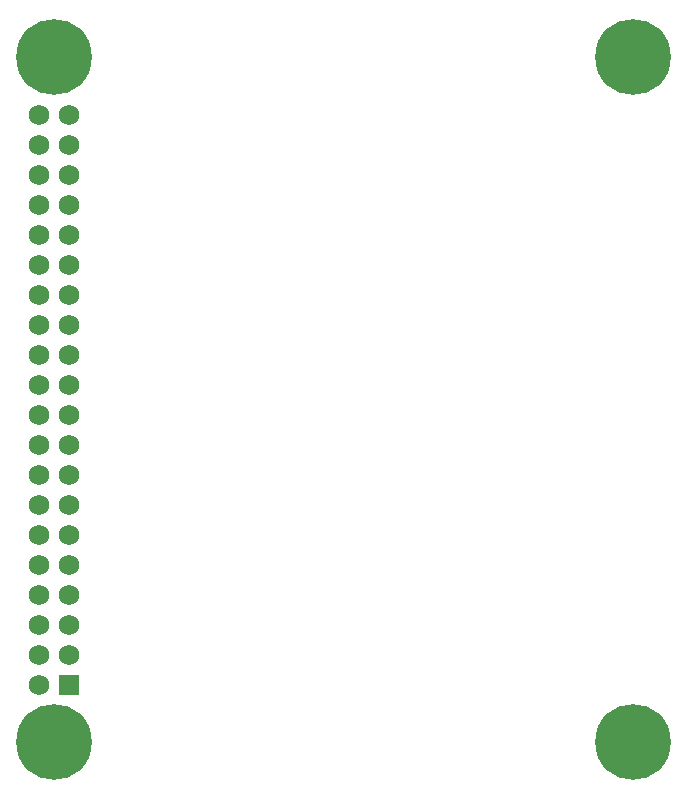
<source format=gbs>
G04*
G04 #@! TF.GenerationSoftware,Altium Limited,Altium Designer,23.0.1 (38)*
G04*
G04 Layer_Color=16711935*
%FSLAX25Y25*%
%MOIN*%
G70*
G04*
G04 #@! TF.SameCoordinates,98C9FFAE-3615-4BD8-9C5D-4E3436802419*
G04*
G04*
G04 #@! TF.FilePolarity,Negative*
G04*
G01*
G75*
%ADD13C,0.25210*%
%ADD14R,0.06800X0.06800*%
%ADD15C,0.06800*%
D13*
X278346Y43307D02*
D03*
Y271654D02*
D03*
X85433D02*
D03*
Y43307D02*
D03*
D14*
X90433Y62480D02*
D03*
D15*
Y72480D02*
D03*
Y82480D02*
D03*
Y92480D02*
D03*
Y102480D02*
D03*
Y112480D02*
D03*
X80433Y62480D02*
D03*
Y72480D02*
D03*
Y82480D02*
D03*
Y92480D02*
D03*
Y102480D02*
D03*
Y112480D02*
D03*
X90433Y122480D02*
D03*
X80433D02*
D03*
X90433Y132480D02*
D03*
Y142480D02*
D03*
Y152480D02*
D03*
Y162480D02*
D03*
Y172480D02*
D03*
Y182480D02*
D03*
X80433Y132480D02*
D03*
Y142480D02*
D03*
Y152480D02*
D03*
Y162480D02*
D03*
Y172480D02*
D03*
Y182480D02*
D03*
X90433Y192480D02*
D03*
X80433D02*
D03*
X90433Y202480D02*
D03*
Y212480D02*
D03*
Y222480D02*
D03*
Y232480D02*
D03*
Y242480D02*
D03*
Y252480D02*
D03*
X80433Y202480D02*
D03*
Y212480D02*
D03*
Y222480D02*
D03*
Y232480D02*
D03*
Y242480D02*
D03*
Y252480D02*
D03*
M02*

</source>
